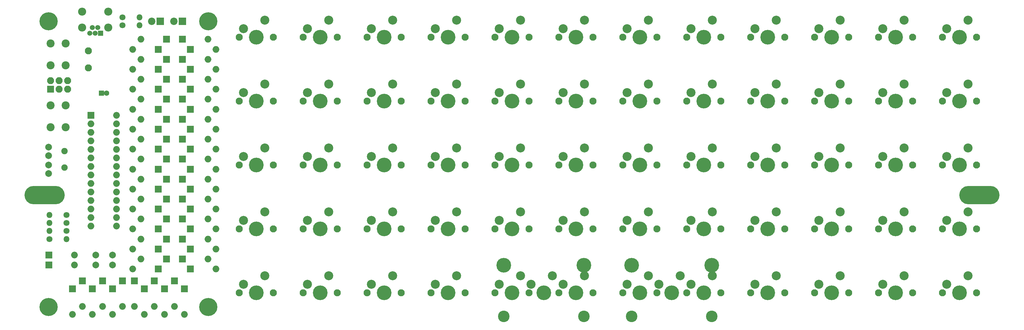
<source format=gbr>
G04 #@! TF.GenerationSoftware,KiCad,Pcbnew,(5.1.4-0-10_14)*
G04 #@! TF.CreationDate,2020-12-11T22:59:58+01:00*
G04 #@! TF.ProjectId,crosshatch,63726f73-7368-4617-9463-682e6b696361,rev?*
G04 #@! TF.SameCoordinates,Original*
G04 #@! TF.FileFunction,Soldermask,Top*
G04 #@! TF.FilePolarity,Negative*
%FSLAX46Y46*%
G04 Gerber Fmt 4.6, Leading zero omitted, Abs format (unit mm)*
G04 Created by KiCad (PCBNEW (5.1.4-0-10_14)) date 2020-12-11 22:59:58*
%MOMM*%
%LPD*%
G04 APERTURE LIST*
%ADD10C,2.101800*%
%ADD11C,4.387800*%
%ADD12C,2.686000*%
%ADD13C,2.110000*%
%ADD14R,2.000000X2.000000*%
%ADD15O,2.000000X2.000000*%
%ADD16O,12.000000X5.400000*%
%ADD17C,5.400000*%
%ADD18R,1.600000X1.600000*%
%ADD19C,1.600000*%
%ADD20C,2.000000*%
%ADD21R,1.500000X1.500000*%
%ADD22C,1.500000*%
%ADD23O,2.400000X2.400000*%
%ADD24R,2.100000X2.100000*%
%ADD25O,2.100000X2.100000*%
%ADD26R,2.200000X2.200000*%
%ADD27C,2.200000*%
%ADD28O,1.800000X1.800000*%
%ADD29C,1.800000*%
%ADD30C,2.400000*%
%ADD31C,1.900000*%
%ADD32C,3.448000*%
G04 APERTURE END LIST*
D10*
X233680192Y-64293804D03*
X223520192Y-64293804D03*
D11*
X228600192Y-64293804D03*
D12*
X224790192Y-61753804D03*
X231140192Y-59213804D03*
D13*
X26193772Y-68302247D03*
X26193772Y-73382247D03*
D14*
X27384398Y-139303242D03*
D15*
X27384398Y-146923242D03*
D14*
X56554735Y-133350112D03*
D15*
X64174735Y-133350112D03*
D10*
X176530144Y-102393836D03*
X166370144Y-102393836D03*
D11*
X171450144Y-102393836D03*
D12*
X167640144Y-99853836D03*
X173990144Y-97313836D03*
D10*
X290830240Y-83343820D03*
X280670240Y-83343820D03*
D11*
X285750240Y-83343820D03*
D12*
X281940240Y-80803820D03*
X288290240Y-78263820D03*
D14*
X49410979Y-118467287D03*
D15*
X41790979Y-118467287D03*
D14*
X54173483Y-76795377D03*
D15*
X61793483Y-76795377D03*
X64174735Y-67865682D03*
D14*
X56554735Y-67865682D03*
D10*
X233680192Y-121443852D03*
X223520192Y-121443852D03*
D11*
X228600192Y-121443852D03*
D12*
X224790192Y-118903852D03*
X231140192Y-116363852D03*
D10*
X252730208Y-83343820D03*
X242570208Y-83343820D03*
D11*
X247650208Y-83343820D03*
D12*
X243840208Y-80803820D03*
X250190208Y-78263820D03*
D10*
X252730208Y-64293804D03*
X242570208Y-64293804D03*
D11*
X247650208Y-64293804D03*
D12*
X243840208Y-61753804D03*
X250190208Y-59213804D03*
D10*
X271780224Y-83343820D03*
X261620224Y-83343820D03*
D11*
X266700224Y-83343820D03*
D12*
X262890224Y-80803820D03*
X269240224Y-78263820D03*
D10*
X252730208Y-102393836D03*
X242570208Y-102393836D03*
D11*
X247650208Y-102393836D03*
D12*
X243840208Y-99853836D03*
X250190208Y-97313836D03*
D10*
X290830240Y-102393836D03*
X280670240Y-102393836D03*
D11*
X285750240Y-102393836D03*
D12*
X281940240Y-99853836D03*
X288290240Y-97313836D03*
D10*
X271780224Y-102393836D03*
X261620224Y-102393836D03*
D11*
X266700224Y-102393836D03*
D12*
X262890224Y-99853836D03*
X269240224Y-97313836D03*
D10*
X290830240Y-121443852D03*
X280670240Y-121443852D03*
D11*
X285750240Y-121443852D03*
D12*
X281940240Y-118903852D03*
X288290240Y-116363852D03*
D10*
X271780224Y-121443852D03*
X261620224Y-121443852D03*
D11*
X266700224Y-121443852D03*
D12*
X262890224Y-118903852D03*
X269240224Y-116363852D03*
D10*
X233680192Y-102393836D03*
X223520192Y-102393836D03*
D11*
X228600192Y-102393836D03*
D12*
X224790192Y-99853836D03*
X231140192Y-97313836D03*
D10*
X214630176Y-102393836D03*
X204470176Y-102393836D03*
D11*
X209550176Y-102393836D03*
D12*
X205740176Y-99853836D03*
X212090176Y-97313836D03*
D10*
X290830240Y-140493868D03*
X280670240Y-140493868D03*
D11*
X285750240Y-140493868D03*
D12*
X281940240Y-137953868D03*
X288290240Y-135413868D03*
D10*
X252730208Y-121443852D03*
X242570208Y-121443852D03*
D11*
X247650208Y-121443852D03*
D12*
X243840208Y-118903852D03*
X250190208Y-116363852D03*
D10*
X214630176Y-121443852D03*
X204470176Y-121443852D03*
D11*
X209550176Y-121443852D03*
D12*
X205740176Y-118903852D03*
X212090176Y-116363852D03*
D10*
X271780224Y-140493868D03*
X261620224Y-140493868D03*
D11*
X266700224Y-140493868D03*
D12*
X262890224Y-137953868D03*
X269240224Y-135413868D03*
D10*
X252730208Y-140493868D03*
X242570208Y-140493868D03*
D11*
X247650208Y-140493868D03*
D12*
X243840208Y-137953868D03*
X250190208Y-135413868D03*
D10*
X233680192Y-140493868D03*
X223520192Y-140493868D03*
D11*
X228600192Y-140493868D03*
D12*
X224790192Y-137953868D03*
X231140192Y-135413868D03*
X212090176Y-135413868D03*
X205740176Y-137953868D03*
D11*
X209550176Y-140493868D03*
D10*
X204470176Y-140493868D03*
X214630176Y-140493868D03*
X176530144Y-64293804D03*
X166370144Y-64293804D03*
D11*
X171450144Y-64293804D03*
D12*
X167640144Y-61753804D03*
X173990144Y-59213804D03*
D10*
X176530144Y-83343820D03*
X166370144Y-83343820D03*
D11*
X171450144Y-83343820D03*
D12*
X167640144Y-80803820D03*
X173990144Y-78263820D03*
D10*
X138430112Y-83343820D03*
X128270112Y-83343820D03*
D11*
X133350112Y-83343820D03*
D12*
X129540112Y-80803820D03*
X135890112Y-78263820D03*
D10*
X157480128Y-140493868D03*
X147320128Y-140493868D03*
D11*
X152400128Y-140493868D03*
D12*
X148590128Y-137953868D03*
X154940128Y-135413868D03*
D10*
X119380096Y-140493868D03*
X109220096Y-140493868D03*
D11*
X114300096Y-140493868D03*
D12*
X110490096Y-137953868D03*
X116840096Y-135413868D03*
D10*
X81280064Y-83343820D03*
X71120064Y-83343820D03*
D11*
X76200064Y-83343820D03*
D12*
X72390064Y-80803820D03*
X78740064Y-78263820D03*
D16*
X13096886Y-111323531D03*
X291703370Y-111323531D03*
D17*
X14287512Y-59531300D03*
X61912552Y-59531300D03*
X14287512Y-144661059D03*
X61912552Y-144661059D03*
D10*
X81280016Y-64293750D03*
X71120016Y-64293750D03*
D11*
X76200016Y-64293750D03*
D12*
X72390016Y-61753750D03*
X78740016Y-59213750D03*
D10*
X100330080Y-64293804D03*
X90170080Y-64293804D03*
D11*
X95250080Y-64293804D03*
D12*
X91440080Y-61753804D03*
X97790080Y-59213804D03*
D10*
X119380096Y-64293804D03*
X109220096Y-64293804D03*
D11*
X114300096Y-64293804D03*
D12*
X110490096Y-61753804D03*
X116840096Y-59213804D03*
D10*
X138430112Y-64293804D03*
X128270112Y-64293804D03*
D11*
X133350112Y-64293804D03*
D12*
X129540112Y-61753804D03*
X135890112Y-59213804D03*
D10*
X157480128Y-64293804D03*
X147320128Y-64293804D03*
D11*
X152400128Y-64293804D03*
D12*
X148590128Y-61753804D03*
X154940128Y-59213804D03*
D10*
X290830240Y-64293804D03*
X280670240Y-64293804D03*
D11*
X285750240Y-64293804D03*
D12*
X281940240Y-61753804D03*
X288290240Y-59213804D03*
D10*
X271780224Y-64293804D03*
X261620224Y-64293804D03*
D11*
X266700224Y-64293804D03*
D12*
X262890224Y-61753804D03*
X269240224Y-59213804D03*
D10*
X100330080Y-83343820D03*
X90170080Y-83343820D03*
D11*
X95250080Y-83343820D03*
D12*
X91440080Y-80803820D03*
X97790080Y-78263820D03*
D10*
X119380096Y-83343820D03*
X109220096Y-83343820D03*
D11*
X114300096Y-83343820D03*
D12*
X110490096Y-80803820D03*
X116840096Y-78263820D03*
D10*
X233680192Y-83343820D03*
X223520192Y-83343820D03*
D11*
X228600192Y-83343820D03*
D12*
X224790192Y-80803820D03*
X231140192Y-78263820D03*
D10*
X81280064Y-102393836D03*
X71120064Y-102393836D03*
D11*
X76200064Y-102393836D03*
D12*
X72390064Y-99853836D03*
X78740064Y-97313836D03*
D10*
X100330080Y-102393836D03*
X90170080Y-102393836D03*
D11*
X95250080Y-102393836D03*
D12*
X91440080Y-99853836D03*
X97790080Y-97313836D03*
D10*
X119380096Y-102393836D03*
X109220096Y-102393836D03*
D11*
X114300096Y-102393836D03*
D12*
X110490096Y-99853836D03*
X116840096Y-97313836D03*
D10*
X157480128Y-83343820D03*
X147320128Y-83343820D03*
D11*
X152400128Y-83343820D03*
D12*
X148590128Y-80803820D03*
X154940128Y-78263820D03*
D10*
X214630176Y-83343820D03*
X204470176Y-83343820D03*
D11*
X209550176Y-83343820D03*
D12*
X205740176Y-80803820D03*
X212090176Y-78263820D03*
D10*
X81280064Y-121443852D03*
X71120064Y-121443852D03*
D11*
X76200064Y-121443852D03*
D12*
X72390064Y-118903852D03*
X78740064Y-116363852D03*
D10*
X100330080Y-121443852D03*
X90170080Y-121443852D03*
D11*
X95250080Y-121443852D03*
D12*
X91440080Y-118903852D03*
X97790080Y-116363852D03*
D10*
X138430112Y-102393836D03*
X128270112Y-102393836D03*
D11*
X133350112Y-102393836D03*
D12*
X129540112Y-99853836D03*
X135890112Y-97313836D03*
D10*
X157480128Y-102393836D03*
X147320128Y-102393836D03*
D11*
X152400128Y-102393836D03*
D12*
X148590128Y-99853836D03*
X154940128Y-97313836D03*
D10*
X81280064Y-140493868D03*
X71120064Y-140493868D03*
D11*
X76200064Y-140493868D03*
D12*
X72390064Y-137953868D03*
X78740064Y-135413868D03*
D10*
X119380096Y-121443852D03*
X109220096Y-121443852D03*
D11*
X114300096Y-121443852D03*
D12*
X110490096Y-118903852D03*
X116840096Y-116363852D03*
D10*
X138430112Y-121443852D03*
X128270112Y-121443852D03*
D11*
X133350112Y-121443852D03*
D12*
X129540112Y-118903852D03*
X135890112Y-116363852D03*
D10*
X157480128Y-121443852D03*
X147320128Y-121443852D03*
D11*
X152400128Y-121443852D03*
D12*
X148590128Y-118903852D03*
X154940128Y-116363852D03*
D10*
X100330080Y-140493868D03*
X90170080Y-140493868D03*
D11*
X95250080Y-140493868D03*
D12*
X91440080Y-137953868D03*
X97790080Y-135413868D03*
D10*
X138430112Y-140493868D03*
X128270112Y-140493868D03*
D11*
X133350112Y-140493868D03*
D12*
X129540112Y-137953868D03*
X135890112Y-135413868D03*
D18*
X30051589Y-80962568D03*
D19*
X31551589Y-80962568D03*
D20*
X28337528Y-129182921D03*
X33337528Y-129182921D03*
X33337528Y-132159486D03*
X28337528Y-132159486D03*
X14287512Y-104893836D03*
X14287512Y-102393836D03*
X14287512Y-97036019D03*
X14287512Y-99536019D03*
D21*
X29765650Y-63103178D03*
D22*
X28965650Y-61353178D03*
X28165650Y-63103178D03*
X27365650Y-61353178D03*
X26565650Y-63103178D03*
D23*
X32065650Y-61353178D03*
X32065650Y-56653178D03*
X24265650Y-56653178D03*
X24265650Y-61353178D03*
D24*
X14882825Y-79771942D03*
D25*
X14882825Y-77231942D03*
X17422825Y-79771942D03*
X17422825Y-77231942D03*
X19962825Y-79771942D03*
X19962825Y-77231942D03*
D26*
X54173483Y-59531300D03*
D27*
X51633483Y-59531300D03*
D28*
X19645329Y-124420417D03*
D29*
X14565329Y-124420417D03*
X19645329Y-122039165D03*
D28*
X14565329Y-122039165D03*
D29*
X19645329Y-119657913D03*
D28*
X14565329Y-119657913D03*
X14565329Y-117276661D03*
D29*
X19645329Y-117276661D03*
X36314093Y-60721926D03*
D28*
X41394093Y-60721926D03*
D30*
X19382825Y-72628186D03*
X14882825Y-72628186D03*
X19382825Y-66128186D03*
X14882825Y-66128186D03*
X14882825Y-84582889D03*
X19382825Y-84582889D03*
X14882825Y-91082889D03*
X19382825Y-91082889D03*
D31*
X19050016Y-98226645D03*
X19050016Y-103106645D03*
D14*
X26908154Y-87511011D03*
D15*
X34528154Y-120531011D03*
X26908154Y-90051011D03*
X34528154Y-117991011D03*
X26908154Y-92591011D03*
X34528154Y-115451011D03*
X26908154Y-95131011D03*
X34528154Y-112911011D03*
X26908154Y-97671011D03*
X34528154Y-110371011D03*
X26908154Y-100211011D03*
X34528154Y-107831011D03*
X26908154Y-102751011D03*
X34528154Y-105291011D03*
X26908154Y-105291011D03*
X34528154Y-102751011D03*
X26908154Y-107831011D03*
X34528154Y-100211011D03*
X26908154Y-110371011D03*
X34528154Y-97671011D03*
X26908154Y-112911011D03*
X34528154Y-95131011D03*
X26908154Y-115451011D03*
X34528154Y-92591011D03*
X26908154Y-117991011D03*
X34528154Y-90051011D03*
X26908154Y-120531011D03*
X34528154Y-87511011D03*
D14*
X14406581Y-129182921D03*
D15*
X22026581Y-129182921D03*
X22026581Y-132159486D03*
D14*
X14406581Y-132159486D03*
X54173483Y-64889117D03*
D15*
X61793483Y-64889117D03*
D14*
X49410979Y-64889117D03*
D15*
X41790979Y-64889117D03*
X39409727Y-67865682D03*
D14*
X47029727Y-67865682D03*
X49410979Y-70842247D03*
D15*
X41790979Y-70842247D03*
D14*
X56554735Y-79771942D03*
D15*
X64174735Y-79771942D03*
X39409727Y-79771942D03*
D14*
X47029727Y-79771942D03*
X49410979Y-76795377D03*
D15*
X41790979Y-76795377D03*
D14*
X47029727Y-97631332D03*
D15*
X39409727Y-97631332D03*
D14*
X56554735Y-97631332D03*
D15*
X64174735Y-97631332D03*
X61793483Y-94654767D03*
D14*
X54173483Y-94654767D03*
D15*
X41790979Y-94654767D03*
D14*
X49410979Y-94654767D03*
X54173483Y-70842247D03*
D15*
X61793483Y-70842247D03*
X41790979Y-82748507D03*
D14*
X49410979Y-82748507D03*
X54173483Y-82748507D03*
D15*
X61793483Y-82748507D03*
D14*
X47029727Y-85725072D03*
D15*
X39409727Y-85725072D03*
D14*
X56554735Y-85725072D03*
D15*
X64174735Y-85725072D03*
X41790979Y-100607897D03*
D14*
X49410979Y-100607897D03*
D15*
X61793483Y-100607897D03*
D14*
X54173483Y-100607897D03*
D15*
X39409727Y-103584462D03*
D14*
X47029727Y-103584462D03*
X56554735Y-91678202D03*
D15*
X64174735Y-91678202D03*
D14*
X47029727Y-91678202D03*
D15*
X39409727Y-91678202D03*
D14*
X56554735Y-115490722D03*
D15*
X64174735Y-115490722D03*
D14*
X47029727Y-115490722D03*
D15*
X39409727Y-115490722D03*
D14*
X54173483Y-112514157D03*
D15*
X61793483Y-112514157D03*
D14*
X49410979Y-88701637D03*
D15*
X41790979Y-88701637D03*
X39409727Y-133350112D03*
D14*
X47029727Y-133350112D03*
D15*
X64174735Y-103584462D03*
D14*
X56554735Y-103584462D03*
X49410979Y-106561027D03*
D15*
X41790979Y-106561027D03*
D14*
X54173483Y-106561027D03*
D15*
X61793483Y-106561027D03*
D14*
X54173483Y-118467287D03*
D15*
X61793483Y-118467287D03*
D14*
X49410979Y-112514157D03*
D15*
X41790979Y-112514157D03*
D14*
X56554735Y-109537592D03*
D15*
X64174735Y-109537592D03*
X21431268Y-146923242D03*
D14*
X21431268Y-139303242D03*
D15*
X61793483Y-130373547D03*
D14*
X54173483Y-130373547D03*
D15*
X41790979Y-130373547D03*
D14*
X49410979Y-130373547D03*
D15*
X64174735Y-127396982D03*
D14*
X56554735Y-127396982D03*
D15*
X54768796Y-146923242D03*
D14*
X54768796Y-139303242D03*
D15*
X39409727Y-121443852D03*
D14*
X47029727Y-121443852D03*
D15*
X64174735Y-121443852D03*
D14*
X56554735Y-121443852D03*
D15*
X41790979Y-124420417D03*
D14*
X49410979Y-124420417D03*
X24407833Y-136921990D03*
D15*
X24407833Y-144541990D03*
D14*
X30360963Y-136921990D03*
D15*
X30360963Y-144541990D03*
D14*
X33337528Y-139303242D03*
D15*
X33337528Y-146923242D03*
D14*
X51792231Y-136921990D03*
D15*
X51792231Y-144541990D03*
D14*
X48815666Y-139303242D03*
D15*
X48815666Y-146923242D03*
D14*
X45839101Y-136921990D03*
D15*
X45839101Y-144541990D03*
D14*
X42862536Y-139303242D03*
D15*
X42862536Y-146923242D03*
D26*
X47625040Y-59531300D03*
D27*
X45085040Y-59531300D03*
D29*
X36314093Y-58340674D03*
D28*
X41394093Y-58340674D03*
D15*
X39409727Y-127396982D03*
D14*
X47029727Y-127396982D03*
X36314093Y-136921990D03*
D15*
X36314093Y-144541990D03*
X64174735Y-73818812D03*
D14*
X56554735Y-73818812D03*
X47029727Y-73818812D03*
D15*
X39409727Y-73818812D03*
X61793483Y-88701637D03*
D14*
X54173483Y-88701637D03*
X47029727Y-109537592D03*
D15*
X39409727Y-109537592D03*
X61793483Y-124420417D03*
D14*
X54173483Y-124420417D03*
X39885971Y-136921990D03*
D15*
X39885971Y-144541990D03*
D10*
X176530144Y-121443852D03*
X166370144Y-121443852D03*
D11*
X171450144Y-121443852D03*
D12*
X167640144Y-118903852D03*
X173990144Y-116363852D03*
X173990144Y-135413868D03*
X167640144Y-137953868D03*
D11*
X171450144Y-140493868D03*
D10*
X166370144Y-140493868D03*
X176530144Y-140493868D03*
X214630176Y-64293804D03*
X204470176Y-64293804D03*
D11*
X209550176Y-64293804D03*
D12*
X205740176Y-61753804D03*
X212090176Y-59213804D03*
X193040160Y-59213804D03*
X186690160Y-61753804D03*
D11*
X190500160Y-64293804D03*
D10*
X185420160Y-64293804D03*
X195580160Y-64293804D03*
X195580160Y-83343820D03*
X185420160Y-83343820D03*
D11*
X190500160Y-83343820D03*
D12*
X186690160Y-80803820D03*
X193040160Y-78263820D03*
D10*
X195580160Y-102393836D03*
X185420160Y-102393836D03*
D11*
X190500160Y-102393836D03*
D12*
X186690160Y-99853836D03*
X193040160Y-97313836D03*
X193040160Y-116363852D03*
X186690160Y-118903852D03*
D11*
X190500160Y-121443852D03*
D10*
X185420160Y-121443852D03*
X195580160Y-121443852D03*
D12*
X193040160Y-135413868D03*
X186690160Y-137953868D03*
D11*
X190500160Y-140493868D03*
D10*
X185420160Y-140493868D03*
X195580160Y-140493868D03*
D12*
X164465136Y-135413868D03*
X158115136Y-137953868D03*
D11*
X161925136Y-140493868D03*
D32*
X149987136Y-147478868D03*
X173863136Y-147478868D03*
D11*
X149987136Y-132238868D03*
X173863136Y-132238868D03*
X211963168Y-132238868D03*
X188087168Y-132238868D03*
D32*
X211963168Y-147478868D03*
X188087168Y-147478868D03*
D11*
X200025168Y-140493868D03*
D12*
X196215168Y-137953868D03*
X202565168Y-135413868D03*
M02*

</source>
